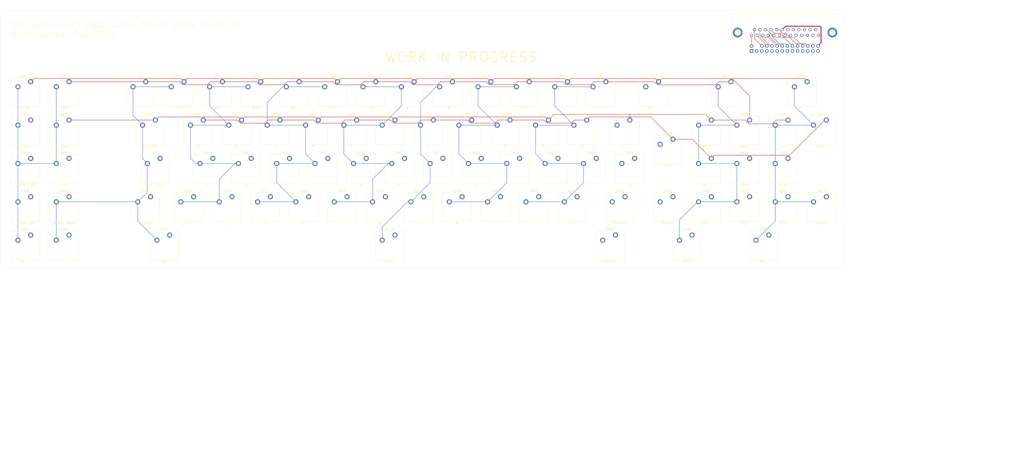
<source format=kicad_pcb>
(kicad_pcb (version 20241229) (generator "pcbnew") (generator_version "9.0")
  (title_block (title "IBM 5324 Datamaster Keyboard Replacement") (date "27/NOV/2025") (rev "WIP") (company "Brett Hallen") (comment 1 "www.youtube.com/@Brfff"))
  (layers (0 "F.Cu" signal) (2 "B.Cu" signal) (13 "F.Paste" user) (15 "B.Paste" user) (5 "F.SilkS" user "F.Silkscreen") (7 "B.SilkS" user "B.Silkscreen") (1 "F.Mask" user) (3 "B.Mask" user) (25 "Edge.Cuts" user))
  (net 0 "")
  (net 1 "Col_A")
  (net 2 "Row_1")
  (net 3 "Col_B")
  (net 4 "Col_C")
  (net 5 "Col_D")
  (net 6 "Col_E")
  (net 7 "Col_F")
  (net 8 "Col_G")
  (net 9 "Col_H")
  (net 10 "Row_2")
  (net 11 "Col_J")
  (net 12 "Col_I")
  (net 13 "Col_K")
  (net 14 "Row_3")
  (net 15 "Row_4")
  (net 16 "Row_5")
  (net 17 "Row_6")
  (net 18 "Row_7")
  (net 19 "Row_8")
  (net 20 "GND")
  (net 21 "PROGRAM RESET")
  (net 22 "SCAN CODE BIT 2")
  (net 23 "+12V")
  (net 26 "SCAN CODE BIT 5")
  (net 27 "SCAN CODE BIT 4")
  (net 28 "SCAN CODE BIT 3")
  (net 29 "SCAN CODE BIT 0")
  (net 30 "DATA STROBE")
  (net 31 "DELAY STROBE")
  (net 32 "SCAN CODE BIT 1")
  (net 33 "SCAN CODE BIT 6")
  (footprint "PCM_Switch_Keyboard_Cherry_MX:SW_Cherry_MX_PCB" (layer "F.Cu") (at 358.47265 214.6302)
    (property "Reference" "SW37")
    (property "Value" "! ¢")
  )
  (footprint "PCM_Switch_Keyboard_Cherry_MX:SW_Cherry_MX_PCB" (layer "F.Cu") (at 82.24765 252.7302)
    (property "Reference" "SW58")
    (property "Value" "SCROLL UP")
  )
  (footprint "PCM_Switch_Keyboard_Cherry_MX:SW_Cherry_MX_PCB" (layer "F.Cu") (at 253.69765 195.5802)
    (property "Reference" "SW5")
    (property "Value" "^ 6")
  )
  (footprint "PCM_Switch_Keyboard_Cherry_MX:SW_Cherry_MX_PCB_2.00u_90deg" (layer "F.Cu") (at 401.34185 224.1558)
    (property "Reference" "SW38")
    (property "Value" "ENTER")
  )
  (footprint "PCM_Switch_Keyboard_Cherry_MX:SW_Cherry_MX_PCB" (layer "F.Cu") (at 172.73515 233.6802)
    (property "Reference" "SW44")
    (property "Value" "A")
  )
  (footprint "PCM_Switch_Keyboard_Cherry_MX:SW_Cherry_MX_PCB_1.75u" (layer "F.Cu") (at 430.16765 195.5802)
    (property "Reference" "SW15")
    (property "Value" "* +")
  )
  (footprint "PCM_Switch_Keyboard_Cherry_MX:SW_Cherry_MX_PCB" (layer "F.Cu") (at 196.54765 195.5802)
    (property "Reference" "SW12")
    (property "Value" "# 3")
  )
  (footprint "PCM_Switch_Keyboard_Cherry_MX:SW_Cherry_MX_PCB_1.75u" (layer "F.Cu") (at 146.54275 233.681)
    (property "Reference" "SW32")
    (property "Value" "SHIFT LOCK")
  )
  (footprint "PCM_Switch_Keyboard_Cherry_MX:SW_Cherry_MX_PCB" (layer "F.Cu") (at 310.84765 195.5802)
    (property "Reference" "SW16")
    (property "Value" "( 9")
  )
  (footprint "PCM_Switch_Keyboard_Cherry_MX:SW_Cherry_MX_PCB" (layer "F.Cu") (at 101.29765 233.6802)
    (property "Reference" "SW53")
    (property "Value" "TEST")
  )
  (footprint "PCM_Switch_Keyboard_Cherry_MX:SW_Cherry_MX_PCB" (layer "F.Cu") (at 377.52265 252.7302)
    (property "Reference" "SW70")
    (property "Value" "RH SHIFT")
  )
  (footprint "PCM_Switch_Keyboard_Cherry_MX:SW_Cherry_MX_PCB" (layer "F.Cu") (at 401.33515 252.7302)
    (property "Reference" "SW61")
    (property "Value" "NEWLINE")
  )
  (footprint "PCM_Switch_Keyboard_Cherry_MX:SW_Cherry_MX_PCB" (layer "F.Cu") (at 477.53515 214.6302)
    (property "Reference" "SW40")
    (property "Value" "FIELD-")
  )
  (footprint "PCM_Switch_Keyboard_Cherry_MX:SW_Cherry_MX_PCB" (layer "F.Cu") (at 339.42265 214.6302)
    (property "Reference" "SW27")
    (property "Value" "P")
  )
  (footprint "PCM_Switch_Keyboard_Cherry_MX:SW_Cherry_MX_PCB" (layer "F.Cu") (at 348.94765 195.5802)
    (property "Reference" "SW17")
    (property "Value" "_ -")
  )
  (footprint "PCM_Switch_Keyboard_Cherry_MX:SW_Cherry_MX_PCB_2.00u" (layer "F.Cu") (at 372.76625 271.7818)
    (property "Reference" "SW82")
    (property "Value" "FIELD EXIT")
  )
  (footprint "PCM_Switch_Keyboard_Cherry_MX:SW_Cherry_MX_PCB" (layer "F.Cu") (at 244.17265 214.6302)
    (property "Reference" "SW35")
    (property "Value" "T")
  )
  (footprint "PCM_Switch_Keyboard_Cherry_MX:SW_Cherry_MX_PCB" (layer "F.Cu") (at 287.03515 233.6802)
    (property "Reference" "SW47")
    (property "Value" "J")
  )
  (footprint "PCM_Switch_Keyboard_Cherry_MX:SW_Cherry_MX_PCB" (layer "F.Cu") (at 420.38515 233.6802)
    (property "Reference" "SW39")
    (property "Value" "NP 4")
  )
  (footprint "PCM_Switch_Keyboard_Cherry_MX:SW_Cherry_MX_PCB" (layer "F.Cu") (at 267.98515 233.6802)
    (property "Reference" "SW57")
    (property "Value" "H")
  )
  (footprint "PCM_Switch_Keyboard_Cherry_MX:SW_Cherry_MX_PCB" (layer "F.Cu") (at 182.26015 252.7302)
    (property "Reference" "SW76")
    (property "Value" "Z")
  )
  (footprint "PCM_Switch_Keyboard_Cherry_MX:SW_Cherry_MX_PCB" (layer "F.Cu") (at 420.38515 252.7302)
    (property "Reference" "SW62")
    (property "Value" "NP 1")
  )
  (footprint "PCM_Switch_Keyboard_Cherry_MX:SW_Cherry_MX_PCB" (layer "F.Cu") (at 215.59765 195.5802)
    (property "Reference" "SW4")
    (property "Value" "$ 4")
  )
  (footprint "PCM_Switch_Keyboard_Cherry_MX:SW_Cherry_MX_PCB" (layer "F.Cu") (at 177.49765 195.5802)
    (property "Reference" "SW3")
    (property "Value" "@ 2")
  )
  (footprint "PCM_Switch_Keyboard_Cherry_MX:SW_Cherry_MX_PCB_1.00u" (layer "F.Cu") (at 163.21185 252.7314)
    (property "Reference" "SW65")
    (property "Value" "> <")
  )
  (footprint "PCM_Switch_Keyboard_Cherry_MX:SW_Cherry_MX_PCB" (layer "F.Cu") (at 439.43515 214.6302)
    (property "Reference" "SW20")
    (property "Value" "NP 8")
  )
  (footprint "PCM_Switch_Keyboard_Cherry_MX:SW_Cherry_MX_PCB_2.25u" (layer "F.Cu") (at 151.30535 271.7818)
    (property "Reference" "SW75")
    (property "Value" "ALT")
  )
  (footprint "PCM_Switch_Keyboard_Cherry_MX:SW_Cherry_MX_PCB" (layer "F.Cu") (at 225.12265 214.6302)
    (property "Reference" "SW24")
    (property "Value" "R")
  )
  (footprint "PCM_Switch_Keyboard_Cherry_MX:SW_Cherry_MX_PCB" (layer "F.Cu") (at 248.93515 233.6802)
    (property "Reference" "SW46")
    (property "Value" "G")
  )
  (footprint "PCM_Switch_Keyboard_Cherry_MX:SW_Cherry_MX_PCB" (layer "F.Cu") (at 263.22265 214.6302)
    (property "Reference" "SW25")
    (property "Value" "Y")
  )
  (footprint "PCM_Switch_Keyboard_Cherry_MX:SW_Cherry_MX_PCB_1.50u" (layer "F.Cu") (at 144.16145 214.6306)
    (property "Reference" "SW22")
    (property "Value" "FIELD ADV")
  )
  (footprint "PCM_Switch_Keyboard_Cherry_MX:SW_Cherry_MX_PCB" (layer "F.Cu") (at 101.29765 252.7302)
    (property "Reference" "SW54")
    (property "Value" "SCROLL DOWN")
  )
  (footprint "PCM_Switch_Keyboard_Cherry_MX:SW_Cherry_MX_PCB" (layer "F.Cu") (at 458.48515 252.7302)
    (property "Reference" "SW63")
    (property "Value" "NP 3")
  )
  (footprint "PCM_Switch_Keyboard_Cherry_MX:SW_Cherry_MX_PCB" (layer "F.Cu") (at 82.24765 271.7802)
    (property "Reference" "SW74")
    (property "Value" "LH <-")
  )
  (footprint "PCM_Switch_Keyboard_Cherry_MX:SW_Cherry_MX_PCB" (layer "F.Cu") (at 82.24765 233.6802)
    (property "Reference" "SW42")
    (property "Value" "ERROR RESET")
  )
  (footprint "PCM_Switch_Keyboard_Cherry_MX:SW_Cherry_MX_PCB" (layer "F.Cu") (at 363.23515 233.6802)
    (property "Reference" "SW49")
    (property "Value" "\" '")
  )
  (footprint "PCM_Switch_Keyboard_Cherry_MX:SW_Cherry_MX_PCB" (layer "F.Cu") (at 353.71015 252.7302)
    (property "Reference" "SW81")
    (property "Value" "? /")
  )
  (footprint "PCM_Switch_Keyboard_Cherry_MX:SW_Cherry_MX_PCB" (layer "F.Cu") (at 82.24765 195.5802)
    (property "Reference" "SW10")
    (property "Value" "ERASE")
  )
  (footprint "PCM_Switch_Keyboard_Cherry_MX:SW_Cherry_MX_PCB" (layer "F.Cu") (at 458.48515 214.6302)
    (property "Reference" "SW30")
    (property "Value" "NP 9")
  )
  (footprint "PCM_Switch_Keyboard_Cherry_MX:SW_Cherry_MX_PCB" (layer "F.Cu") (at 101.29765 271.7802)
    (property "Reference" "SW64")
    (property "Value" "->")
  )
  (footprint "PCM_Switch_Keyboard_Cherry_MX:SW_Cherry_MX_PCB" (layer "F.Cu") (at 334.66015 252.7302)
    (property "Reference" "SW69")
    (property "Value" ". .")
  )
  (footprint "PCM_Switch_Keyboard_Cherry_MX:SW_Cherry_MX_PCB" (layer "F.Cu") (at 367.99765 195.5802)
    (property "Reference" "SW8")
    (property "Value" "+ =")
  )
  (footprint "PCM_Switch_Keyboard_Cherry_MX:SW_Cherry_MX_PCB" (layer "F.Cu") (at 306.08515 233.6802)
    (property "Reference" "SW59")
    (property "Value" "K")
  )
  (footprint "PCM_Switch_Keyboard_Cherry_MX:SW_Cherry_MX_PCB" (layer "F.Cu") (at 315.61015 252.7302)
    (property "Reference" "SW80")
    (property "Value" ", ,")
  )
  (footprint "PCM_Switch_Keyboard_Cherry_MX:SW_Cherry_MX_PCB_3.00u_90deg" (layer "F.Cu") (at 477.54345 252.7314)
    (property "Reference" "SW72")
    (property "Value" "FIELD+")
  )
  (footprint "PCM_Switch_Keyboard_Cherry_MX:SW_Cherry_MX_PCB" (layer "F.Cu") (at 239.41015 252.7302)
    (property "Reference" "SW78")
    (property "Value" "V")
  )
  (footprint "PCM_Switch_Keyboard_Cherry_MX:SW_Cherry_MX_PCB" (layer "F.Cu") (at 296.56015 252.7302)
    (property "Reference" "SW68")
    (property "Value" "M")
  )
  (footprint "PCM_Switch_Keyboard_Cherry_MX:SW_Cherry_MX_PCB" (layer "F.Cu") (at 379.91015 214.6306)
    (property "Reference" "SW28")
    (property "Value" "| \\")
  )
  (footprint "PCM_Switch_Keyboard_Cherry_MX:SW_Cherry_MX_PCB" (layer "F.Cu") (at 439.43515 252.7302)
    (property "Reference" "SW71")
    (property "Value" "NP 2")
  )
  (footprint "PCM_Switch_Keyboard_Cherry_MX:SW_Cherry_MX_PCB_2.00u" (layer "F.Cu") (at 410.86705 271.7818)
    (property "Reference" "SW83")
    (property "Value" "NP 0")
  )
  (footprint "PCM_Switch_Keyboard_Cherry_MX:SW_Cherry_MX_PCB" (layer "F.Cu") (at 82.24765 214.6302)
    (property "Reference" "SW31")
    (property "Value" "INQ")
  )
  (footprint "PCM_Switch_Keyboard_Cherry_MX:SW_Cherry_MX_PCB" (layer "F.Cu") (at 277.51015 252.7302)
    (property "Reference" "SW73")
    (property "Value" "N")
  )
  (footprint "PCM_Switch_Keyboard_Cherry_MX:SW_Cherry_MX_PCB" (layer "F.Cu") (at 206.07265 214.6302)
    (property "Reference" "SW34")
    (property "Value" "E")
  )
  (footprint "PCM_Switch_Keyboard_Cherry_MX:SW_Cherry_MX_PCB" (layer "F.Cu") (at 263.22645 271.7818)
    (property "Reference" "SW79")
    (property "Value" "SPACE")
  )
  (footprint "PCM_Switch_Keyboard_Cherry_MX:SW_Cherry_MX_PCB" (layer "F.Cu") (at 301.32265 214.6302)
    (property "Reference" "SW26")
    (property "Value" "I")
  )
  (footprint "PCM_Switch_Keyboard_Cherry_MX:SW_Cherry_MX_PCB" (layer "F.Cu") (at 344.18515 233.6802)
    (property "Reference" "SW60")
    (property "Value" ": ;")
  )
  (footprint "PCM_Switch_Keyboard_Cherry_MX:SW_Cherry_MX_PCB" (layer "F.Cu") (at 187.02265 214.6302)
    (property "Reference" "SW23")
    (property "Value" "W")
  )
  (footprint "PCM_Switch_Keyboard_Cherry_MX:SW_Cherry_MX_PCB" (layer "F.Cu") (at 139.39765 195.5802)
    (property "Reference" "SW2")
    (property "Value" "~ `")
  )
  (footprint "PCM_Switch_Keyboard_Cherry_MX:SW_Cherry_MX_PCB" (layer "F.Cu") (at 258.46015 252.7302)
    (property "Reference" "SW67")
    (property "Value" "B")
  )
  (footprint "PCM_Switch_Keyboard_Cherry_MX:SW_Cherry_MX_PCB" (layer "F.Cu") (at 158.44765 195.5802)
    (property "Reference" "SW11")
    (property "Value" "| 1")
  )
  (footprint "PCM_Switch_Keyboard_Cherry_MX:SW_Cherry_MX_PCB" (layer "F.Cu") (at 420.38515 214.6302)
    (property "Reference" "SW29")
    (property "Value" "NP 7")
  )
  (footprint "PCM_Switch_Keyboard_Cherry_MX:SW_Cherry_MX_PCB_2.00u" (layer "F.Cu") (at 448.96785 271.7818)
    (property "Reference" "SW84")
    (property "Value" "NP .")
  )
  (footprint "Clueless_Engineer:L77SDB25SA4CH4F" (layer "F.Cu") (at 442.92765 167.4802 180)
    (property "Reference" "J1" (hide yes))
    (property "Value" "To 5324" (hide yes))
  )
  (footprint "Connector_PinHeader_2.54mm:PinHeader_2x14_P2.54mm_Vertical" (layer "F.Cu") (at 442.92765 175.2602 90)
    (property "Reference" "J2" (hide yes))
    (property "Value" "Conn_02x14_Row_Letter_First" (hide yes))
  )
  (footprint "PCM_Mounting_Keyboard_Stabilizer:Stabilizer_Cherry_MX_8.00u" (layer "F.Cu") (at 263.22645 271.7818)
    (property "Reference" "KB1" (hide yes))
    (property "Value" "SPACE" (hide yes))
  )
  (footprint "PCM_Switch_Keyboard_Cherry_MX:SW_Cherry_MX_PCB" (layer "F.Cu") (at 325.13515 233.6802)
    (property "Reference" "SW48")
    (property "Value" "L")
  )
  (footprint "PCM_Switch_Keyboard_Cherry_MX:SW_Cherry_MX_PCB" (layer "F.Cu") (at 101.29765 214.6302)
    (property "Reference" "SW21")
    (property "Value" "HOLD")
  )
  (footprint "PCM_Switch_Keyboard_Cherry_MX:SW_Cherry_MX_PCB" (layer "F.Cu") (at 201.31015 252.7302)
    (property "Reference" "SW77")
    (property "Value" "X")
  )
  (footprint "PCM_Switch_Keyboard_Cherry_MX:SW_Cherry_MX_PCB" (layer "F.Cu") (at 382.28515 233.6802)
    (property "Reference" "SW50")
    (property "Value" "} {")
  )
  (footprint "PCM_Switch_Keyboard_Cherry_MX:SW_Cherry_MX_PCB" (layer "F.Cu") (at 210.83515 233.6802)
    (property "Reference" "SW45")
    (property "Value" "D")
  )
  (footprint "PCM_Switch_Keyboard_Cherry_MX:SW_Cherry_MX_PCB" (layer "F.Cu") (at 167.97265 214.6302)
    (property "Reference" "SW33")
    (property "Value" "Q")
  )
  (footprint "PCM_Switch_Keyboard_Cherry_MX:SW_Cherry_MX_PCB" (layer "F.Cu") (at 394.19795 195.5802)
    (property "Reference" "SW18")
    (property "Value" "RH <-")
  )
  (footprint "PCM_Mounting_Keyboard_Stabilizer:Stabilizer_Cherry_MX_3.00u" (layer "F.Cu") (at 477.54345 252.7314 90)
    (property "Reference" "KB2" (hide yes))
    (property "Value" "FIELD+" (hide yes))
  )
  (footprint "PCM_Switch_Keyboard_Cherry_MX:SW_Cherry_MX_PCB" (layer "F.Cu") (at 234.64765 195.5802)
    (property "Reference" "SW13")
    (property "Value" "% 5")
  )
  (footprint "PCM_Switch_Keyboard_Cherry_MX:SW_Cherry_MX_PCB" (layer "F.Cu") (at 458.48515 233.6802)
    (property "Reference" "SW52")
    (property "Value" "NP 6")
  )
  (footprint "PCM_Switch_Keyboard_Cherry_MX:SW_Cherry_MX_PCB" (layer "F.Cu") (at 272.74765 195.5802)
    (property "Reference" "SW14")
    (property "Value" "& 7")
  )
  (footprint "PCM_Switch_Keyboard_Cherry_MX:SW_Cherry_MX_PCB" (layer "F.Cu") (at 320.37265 214.6302)
    (property "Reference" "SW36")
    (property "Value" "O")
  )
  (footprint "PCM_Switch_Keyboard_Cherry_MX:SW_Cherry_MX_PCB_1.75u" (layer "F.Cu") (at 468.01825 195.5802)
    (property "Reference" "SW19")
    (property "Value" "/ -")
  )
  (footprint "PCM_Switch_Keyboard_Cherry_MX:SW_Cherry_MX_PCB_1.25u" (layer "F.Cu") (at 141.78015 252.7314)
    (property "Reference" "SW43")
    (property "Value" "LH SHIFT")
  )
  (footprint "PCM_Switch_Keyboard_Cherry_MX:SW_Cherry_MX_PCB" (layer "F.Cu") (at 329.89765 195.5802)
    (property "Reference" "SW7")
    (property "Value" ") 0")
  )
  (footprint "PCM_Switch_Keyboard_Cherry_MX:SW_Cherry_MX_PCB" (layer "F.Cu") (at 439.43515 233.6802)
    (property "Reference" "SW51")
    (property "Value" "NP 5")
  )
  (footprint "PCM_Switch_Keyboard_Cherry_MX:SW_Cherry_MX_PCB" (layer "F.Cu") (at 282.27265 214.6302)
    (property "Reference" "SW41")
    (property "Value" "U")
  )
  (footprint "PCM_Switch_Keyboard_Cherry_MX:SW_Cherry_MX_PCB" (layer "F.Cu") (at 229.88515 233.6802)
    (property "Reference" "SW56")
    (property "Value" "F")
  )
  (footprint "PCM_Switch_Keyboard_Cherry_MX:SW_Cherry_MX_PCB" (layer "F.Cu") (at 191.78515 233.6802)
    (property "Reference" "SW55")
    (property "Value" "S")
  )
  (footprint "PCM_Switch_Keyboard_Cherry_MX:SW_Cherry_MX_PCB" (layer "F.Cu") (at 291.79765 195.5802)
    (property "Reference" "SW6")
    (property "Value" "* 8")
  )
  (footprint "PCM_Switch_Keyboard_Cherry_MX:SW_Cherry_MX_PCB" (layer "F.Cu") (at 220.36015 252.7302)
    (property "Reference" "SW66")
    (property "Value" "C")
  )
  (footprint "PCM_Switch_Keyboard_Cherry_MX:SW_Cherry_MX_PCB" (layer "F.Cu") (at 101.29765 195.5802)
    (property "Reference" "SW1")
    (property "Value" "CMD")
  )
  (gr_arc (start 488.64765 281.2102) (mid 488.061864 282.624414) (end 486.64765 283.2102) (stroke (width 0.05)) (layer "Edge.Cuts"))
  (gr_arc (start 71.54765 283.2102) (mid 70.133436 282.624414) (end 69.54765 281.2102) (stroke (width 0.05)) (layer "Edge.Cuts"))
  (gr_line (start 486.64765 283.2102) (end 71.54765 283.2102) (stroke (width 0.05)) (layer "Edge.Cuts"))
  (gr_arc (start 69.54765 156.9402) (mid 70.133439 155.526004) (end 71.54765 154.9402) (stroke (width 0.05)) (layer "Edge.Cuts"))
  (gr_arc (start 486.64765 154.9402) (mid 488.061864 155.525986) (end 488.64765 156.9402) (stroke (width 0.05)) (layer "Edge.Cuts"))
  (gr_line (start 69.54765 281.2102) (end 69.54765 156.9402) (stroke (width 0.05)) (layer "Edge.Cuts"))
  (gr_line (start 488.64765 156.9402) (end 488.64765 281.2102) (stroke (width 0.05)) (layer "Edge.Cuts"))
  (gr_line (start 71.54765 154.9402) (end 486.64765 154.9402) (stroke (width 0.05)) (layer "Edge.Cuts"))
  (gr_text "WORK IN PROGRESS" (at 260.84515 181.2924 0) (layer "F.SilkS") (effects (font (size 5 5) (thickness 0.3) (bold yes)) (justify left bottom)))
  (gr_text "IBM System/23 Datamaster Model 5324 Keyboard\nBrett Hallen, Nov 2025" (at 74.62765 168.9102 0) (layer "F.SilkS") (effects (font (size 3 3) (thickness 0.1)) (justify left bottom)))
  (segment (start 97.48765 193.0402) (end 97.48765 212.0902) (width 0.2) (layer "B.Cu") (net 1))
  (segment (start 78.43765 193.0402) (end 78.43765 212.0902) (width 0.2) (layer "B.Cu") (net 1))
  (segment (start 78.43765 231.1402) (end 97.48765 231.1402) (width 0.2) (layer "B.Cu") (net 1))
  (segment (start 97.48765 212.0902) (end 97.48765 231.1402) (width 0.2) (layer "B.Cu") (net 1))
  (segment (start 78.43765 212.0902) (end 78.43765 269.2402) (width 0.2) (layer "B.Cu") (net 1))
  (segment (start 250.234204 190.5002) (end 256.23765 190.5002) (width 0.2) (layer "F.Cu") (net 2))
  (segment (start 349.294204 190.5002) (end 350.845204 192.0512) (width 0.2) (layer "F.Cu") (net 2))
  (segment (start 286.783204 192.0512) (end 288.334204 190.5002) (width 0.2) (layer "F.Cu") (net 2))
  (segment (start 256.23765 190.5002) (end 273.094204 190.5002) (width 0.2) (layer "F.Cu") (net 2))
  (segment (start 274.645204 192.0512) (end 286.783204 192.0512) (width 0.2) (layer "F.Cu") (net 2))
  (segment (start 172.483204 192.0512) (end 174.034204 190.5002) (width 0.2) (layer "F.Cu") (net 2))
  (segment (start 332.43765 190.5002) (end 349.294204 190.5002) (width 0.2) (layer "F.Cu") (net 2))
  (segment (start 288.334204 190.5002) (end 294.33765 190.5002) (width 0.2) (layer "F.Cu") (net 2))
  (segment (start 218.13765 190.5002) (end 234.994204 190.5002) (width 0.2) (layer "F.Cu") (net 2))
  (segment (start 364.534204 190.5002) (end 370.53765 190.5002) (width 0.2) (layer "F.Cu") (net 2))
  (segment (start 350.845204 192.0512) (end 362.983204 192.0512) (width 0.2) (layer "F.Cu") (net 2))
  (segment (start 248.683204 192.0512) (end 250.234204 190.5002) (width 0.2) (layer "F.Cu") (net 2))
  (segment (start 180.03765 190.5002) (end 196.894204 190.5002) (width 0.2) (layer "F.Cu") (net 2))
  (segment (start 174.034204 190.5002) (end 180.03765 190.5002) (width 0.2) (layer "F.Cu") (net 2))
  (segment (start 158.794204 190.5002) (end 160.345204 192.0512) (width 0.2) (layer "F.Cu") (net 2))
  (segment (start 396.095504 192.0512) (end 425.153204 192.0512) (width 0.2) (layer "F.Cu") (net 2))
  (segment (start 324.883204 192.0512) (end 326.434204 190.5002) (width 0.2) (layer "F.Cu") (net 2))
  (segment (start 210.583204 192.0512) (end 212.134204 190.5002) (width 0.2) (layer "F.Cu") (net 2))
  (segment (start 273.094204 190.5002) (end 274.645204 192.0512) (width 0.2) (layer "F.Cu") (net 2))
  (segment (start 426.704204 190.5002) (end 432.70765 190.5002) (width 0.2) (layer "F.Cu") (net 2))
  (segment (start 311.194204 190.5002) (end 312.745204 192.0512) (width 0.2) (layer "F.Cu") (net 2))
  (segment (start 212.134204 190.5002) (end 218.13765 190.5002) (width 0.2) (layer "F.Cu") (net 2))
  (segment (start 370.53765 190.5002) (end 394.544504 190.5002) (width 0.2) (layer "F.Cu") (net 2))
  (segment (start 196.894204 190.5002) (end 198.445204 192.0512) (width 0.2) (layer "F.Cu") (net 2))
  (segment (start 362.983204 192.0512) (end 364.534204 190.5002) (width 0.2) (layer "F.Cu") (net 2))
  (segment (start 160.345204 192.0512) (end 172.483204 192.0512) (width 0.2) (layer "F.Cu") (net 2))
  (segment (start 234.994204 190.5002) (end 236.545204 192.0512) (width 0.2) (layer "F.Cu") (net 2))
  (segment (start 425.153204 192.0512) (end 426.704204 190.5002) (width 0.2) (layer "F.Cu") (net 2))
  (segment (start 326.434204 190.5002) (end 332.43765 190.5002) (width 0.2) (layer "F.Cu") (net 2))
  (segment (start 394.544504 190.5002) (end 396.095504 192.0512) (width 0.2) (layer "F.Cu") (net 2))
  (segment (start 312.745204 192.0512) (end 324.883204 192.0512) (width 0.2) (layer "F.Cu") (net 2))
  (segment (start 294.33765 190.5002) (end 311.194204 190.5002) (width 0.2) (layer "F.Cu") (net 2))
  (segment (start 103.83765 190.5002) (end 141.93765 190.5002) (width 0.2) (layer "F.Cu") (net 2))
  (segment (start 198.445204 192.0512) (end 210.583204 192.0512) (width 0.2) (layer "F.Cu") (net 2))
  (segment (start 236.545204 192.0512) (end 248.683204 192.0512) (width 0.2) (layer "F.Cu") (net 2))
  (segment (start 141.93765 190.5002) (end 158.794204 190.5002) (width 0.2) (layer "F.Cu") (net 2))
  (segment (start 140.35145 212.0906) (end 140.35145 228.7597) (width 0.2) (layer "B.Cu") (net 3))
  (segment (start 97.48885 250.1914) (end 97.48765 250.1902) (width 0.2) (layer "B.Cu") (net 3))
  (segment (start 97.48765 250.1902) (end 97.48765 269.2402) (width 0.2) (layer "B.Cu") (net 3))
  (segment (start 142.73275 231.141) (end 142.73275 245.4288) (width 0.2) (layer "B.Cu") (net 3))
  (segment (start 154.63765 193.0402) (end 135.58765 193.0402) (width 0.2) (layer "B.Cu") (net 3))
  (segment (start 135.58765 207.3268) (end 140.35145 212.0906) (width 0.2) (layer "B.Cu") (net 3))
  (segment (start 137.97015 259.7166) (end 137.97015 250.1914) (width 0.2) (layer "B.Cu") (net 3))
  (segment (start 147.49535 269.2418) (end 137.97015 259.7166) (width 0.2) (layer "B.Cu") (net 3))
  (segment (start 142.73275 245.4288) (end 137.97015 250.1914) (width 0.2) (layer "B.Cu") (net 3))
  (segment (start 140.35145 228.7597) (end 142.73275 231.141) (width 0.2) (layer "B.Cu") (net 3))
  (segment (start 135.58765 193.0402) (end 135.58765 207.3268) (width 0.2) (layer "B.Cu") (net 3))
  (segment (start 137.97015 250.1914) (end 97.48885 250.1914) (width 0.2) (layer "B.Cu") (net 3))
  (segment (start 166.80765 231.1402) (end 168.92515 231.1402) (width 0.2) (layer "B.Cu") (net 4))
  (segment (start 164.16265 212.0902) (end 164.16265 228.4952) (width 0.2) (layer "B.Cu") (net 4))
  (segment (start 183.21265 212.0902) (end 164.16265 212.0902) (width 0.2) (layer "B.Cu") (net 4))
  (segment (start 178.44895 250.1914) (end 178.45015 250.1902) (width 0.2) (layer "B.Cu") (net 4))
  (segment (start 178.45015 238.897434) (end 178.45015 250.1902) (width 0.2) (layer "B.Cu") (net 4))
  (segment (start 164.16265 228.4952) (end 166.80765 231.1402) (width 0.2) (layer "B.Cu") (net 4))
  (segment (start 192.73765 193.0402) (end 173.68765 193.0402) (width 0.2) (layer "B.Cu") (net 4))
  (segment (start 173.68765 193.0402) (end 173.68765 202.5652) (width 0.2) (layer "B.Cu") (net 4))
  (segment (start 168.92515 231.1402) (end 187.97515 231.1402) (width 0.2) (layer "B.Cu") (net 4))
  (segment (start 159.40185 250.1914) (end 178.44895 250.1914) (width 0.2) (layer "B.Cu") (net 4))
  (segment (start 173.68765 202.5652) (end 183.21265 212.0902) (width 0.2) (layer "B.Cu") (net 4))
  (segment (start 186.207384 231.1402) (end 178.45015 238.897434) (width 0.2) (layer "B.Cu") (net 4))
  (segment (start 187.97515 231.1402) (end 186.207384 231.1402) (width 0.2) (layer "B.Cu") (net 4))
  (segment (start 210.019884 193.0402) (end 202.26265 200.797434) (width 0.2) (layer "B.Cu") (net 5))
  (segment (start 207.02515 231.1402) (end 207.02515 240.6652) (width 0.2) (layer "B.Cu") (net 5))
  (segment (start 211.78765 193.0402) (end 210.019884 193.0402) (width 0.2) (layer "B.Cu") (net 5))
  (segment (start 202.26265 212.0902) (end 221.31265 212.0902) (width 0.2) (layer "B.Cu") (net 5))
  (segment (start 207.02515 231.1402) (end 226.07515 231.1402) (width 0.2) (layer "B.Cu") (net 5))
  (segment (start 221.31265 226.3777) (end 226.07515 231.1402) (width 0.2) (layer "B.Cu") (net 5))
  (segment (start 207.02515 240.6652) (end 216.55015 250.1902) (width 0.2) (layer "B.Cu") (net 5))
  (segment (start 202.26265 200.797434) (end 202.26265 212.0902) (width 0.2) (layer "B.Cu") (net 5))
  (segment (start 211.78765 193.0402) (end 230.83765 193.0402) (width 0.2) (layer "B.Cu") (net 5))
  (segment (start 216.55015 250.1902) (end 197.50015 250.1902) (width 0.2) (layer "B.Cu") (net 5))
  (segment (start 221.31265 212.0902) (end 221.31265 226.3777) (width 0.2) (layer "B.Cu") (net 5))
  (segment (start 259.41265 212.0902) (end 240.36265 212.0902) (width 0.2) (layer "B.Cu") (net 6))
  (segment (start 245.12515 231.1402) (end 264.17515 231.1402) (width 0.2) (layer "B.Cu") (net 6))
  (segment (start 264.17515 231.1402) (end 262.407384 231.1402) (width 0.2) (layer "B.Cu") (net 6))
  (segment (start 240.36265 212.0902) (end 240.36265 226.3777) (width 0.2) (layer "B.Cu") (net 6))
  (segment (start 262.407384 231.1402) (end 254.65015 238.897434) (width 0.2) (layer "B.Cu") (net 6))
  (segment (start 249.88765 193.0402) (end 268.93765 193.0402) (width 0.2) (layer "B.Cu") (net 6))
  (segment (start 268.93765 202.5652) (end 259.41265 212.0902) (width 0.2) (layer "B.Cu") (net 6))
  (segment (start 268.93765 193.0402) (end 268.93765 202.5652) (width 0.2) (layer "B.Cu") (net 6))
  (segment (start 254.65015 250.1902) (end 235.60015 250.1902) (width 0.2) (layer "B.Cu") (net 6))
  (segment (start 240.36265 226.3777) (end 245.12515 231.1402) (width 0.2) (layer "B.Cu") (net 6))
  (segment (start 254.65015 238.897434) (end 254.65015 250.1902) (width 0.2) (layer "B.Cu") (net 6))
  (segment (start 287.98765 193.0402) (end 286.219884 193.0402) (width 0.2) (layer "B.Cu") (net 7))
  (segment (start 278.46265 212.0902) (end 278.46265 226.3777) (width 0.2) (layer "B.Cu") (net 7))
  (segment (start 278.46265 226.3777) (end 283.22515 231.1402) (width 0.2) (layer "B.Cu") (net 7))
  (segment (start 283.22515 240.6652) (end 273.70015 250.1902) (width 0.2) (layer "B.Cu") (net 7))
  (segment (start 273.70015 250.1902) (end 271.932384 250.1902) (width 0.2) (layer "B.Cu") (net 7))
  (segment (start 283.22515 231.1402) (end 283.22515 240.6652) (width 0.2) (layer "B.Cu") (net 7))
  (segment (start 271.932384 250.1902) (end 259.41645 262.706134) (width 0.2) (layer "B.Cu") (net 7))
  (segment (start 278.46265 200.797434) (end 278.46265 212.0902) (width 0.2) (layer "B.Cu") (net 7))
  (segment (start 259.41645 262.706134) (end 259.41645 269.2418) (width 0.2) (layer "B.Cu") (net 7))
  (segment (start 286.219884 193.0402) (end 278.46265 200.797434) (width 0.2) (layer "B.Cu") (net 7))
  (segment (start 307.03765 202.5652) (end 316.56265 212.0902) (width 0.2) (layer "B.Cu") (net 8))
  (segment (start 297.51265 226.3777) (end 302.27515 231.1402) (width 0.2) (layer "B.Cu") (net 8))
  (segment (start 321.32515 240.6652) (end 311.80015 250.1902) (width 0.2) (layer "B.Cu") (net 8))
  (segment (start 307.03765 193.0402) (end 307.03765 202.5652) (width 0.2) (layer "B.Cu") (net 8))
  (segment (start 316.56265 212.0902) (end 297.51265 212.0902) (width 0.2) (layer "B.Cu") (net 8))
  (segment (start 311.80015 250.1902) (end 292.75015 250.1902) (width 0.2) (layer "B.Cu") (net 8))
  (segment (start 326.08765 193.0402) (end 307.03765 193.0402) (width 0.2) (layer "B.Cu") (net 8))
  (segment (start 297.51265 212.0902) (end 297.51265 226.3777) (width 0.2) (layer "B.Cu") (net 8))
  (segment (start 321.32515 231.1402) (end 321.32515 240.6652) (width 0.2) (layer "B.Cu") (net 8))
  (segment (start 302.27515 231.1402) (end 321.32515 231.1402) (width 0.2) (layer "B.Cu") (net 8))
  (segment (start 345.13765 193.0402) (end 364.18765 193.0402) (width 0.2) (layer "B.Cu") (net 9))
  (segment (start 354.66265 212.0902) (end 345.13765 202.5652) (width 0.2) (layer "B.Cu") (net 9))
  (segment (start 335.61265 226.3777) (end 335.61265 212.0902) (width 0.2) (layer "B.Cu") (net 9))
  (segment (start 345.13765 202.5652) (end 345.13765 193.0402) (width 0.2) (layer "B.Cu") (net 9))
  (segment (start 349.90015 250.1902) (end 359.42515 240.6652) (width 0.2) (layer "B.Cu") (net 9))
  (segment (start 359.42515 240.6652) (end 359.42515 231.1402) (width 0.2) (layer "B.Cu") (net 9))
  (segment (start 340.37515 231.1402) (end 335.61265 226.3777) (width 0.2) (layer "B.Cu") (net 9))
  (segment (start 330.85015 250.1902) (end 349.90015 250.1902) (width 0.2) (layer "B.Cu") (net 9))
  (segment (start 335.61265 212.0902) (end 354.66265 212.0902) (width 0.2) (layer "B.Cu") (net 9))
  (segment (start 359.42515 231.1402) (end 340.37515 231.1402) (width 0.2) (layer "B.Cu") (net 9))
  (segment (start 349.93665 188.9492) (end 351.48765 190.5002) (width 0.2) (layer "F.Cu") (net 10))
  (segment (start 159.43665 188.9492) (end 160.98765 190.5002) (width 0.2) (layer "F.Cu") (net 10))
  (segment (start 396.73795 190.5002) (end 398.28895 188.9492) (width 0.2) (layer "F.Cu") (net 10))
  (segment (start 441.97515 197.574254) (end 441.97515 209.5502) (width 0.2) (layer "F.Cu") (net 10))
  (segment (start 275.28765 190.5002) (end 276.83865 188.9492) (width 0.2) (layer "F.Cu") (net 10))
  (segment (start 197.53665 188.9492) (end 199.08765 190.5002) (width 0.2) (layer "F.Cu") (net 10))
  (segment (start 351.48765 190.5002) (end 353.03865 188.9492) (width 0.2) (layer "F.Cu") (net 10))
  (segment (start 395.18695 188.9492) (end 396.73795 190.5002) (width 0.2) (layer "F.Cu") (net 10))
  (segment (start 398.28895 188.9492) (end 433.350096 188.9492) (width 0.2) (layer "F.Cu") (net 10))
  (segment (start 353.03865 188.9492) (end 395.18695 188.9492) (width 0.2) (layer "F.Cu") (net 10))
  (segment (start 200.63865 188.9492) (end 235.63665 188.9492) (width 0.2) (layer "F.Cu") (net 10))
  (segment (start 314.93865 188.9492) (end 349.93665 188.9492) (width 0.2) (layer "F.Cu") (net 10))
  (segment (start 273.73665 188.9492) (end 275.28765 190.5002) (width 0.2) (layer "F.Cu") (net 10))
  (segment (start 199.08765 190.5002) (end 200.63865 188.9492) (width 0.2) (layer "F.Cu") (net 10))
  (segment (start 276.83865 188.9492) (end 311.83665 188.9492) (width 0.2) (layer "F.Cu") (net 10))
  (segment (start 469.00725 188.9492) (end 470.55825 190.5002) (width 0.2) (layer "F.Cu") (net 10))
  (segment (start 86.33865 188.9492) (end 159.43665 188.9492) (width 0.2) (layer "F.Cu") (net 10))
  (segment (start 313.38765 190.5002) (end 314.93865 188.9492) (width 0.2) (layer "F.Cu") (net 10))
  (segment (start 160.98765 190.5002) (end 162.53865 188.9492) (width 0.2) (layer "F.Cu") (net 10))
  (segment (start 237.18765 190.5002) (end 238.73865 188.9492) (width 0.2) (layer "F.Cu") (net 10))
  (segment (start 433.350096 188.9492) (end 441.97515 197.574254) (width 0.2) (layer "F.Cu") (net 10))
  (segment (start 84.78765 190.5002) (end 86.33865 188.9492) (width 0.2) (layer "F.Cu") (net 10))
  (segment (start 162.53865 188.9492) (end 197.53665 188.9492) (width 0.2) (layer "F.Cu") (net 10))
  (segment (start 311.83665 188.9492) (end 313.38765 190.5002) (width 0.2) (layer "F.Cu") (net 10))
  (segment (start 238.73865 188.9492) (end 273.73665 188.9492) (width 0.2) (layer "F.Cu") (net 10))
  (segment (start 235.63665 188.9492) (end 237.18765 190.5002) (width 0.2) (layer "F.Cu") (net 10))
  (segment (start 433.350096 188.9492) (end 469.00725 188.9492) (width 0.2) (layer "F.Cu") (net 10))
  (segment (start 426.35765 202.8227) (end 435.62515 212.0902) (width 0.2) (layer "B.Cu") (net 11))
  (segment (start 416.57515 250.1902) (end 435.62515 250.1902) (width 0.2) (layer "B.Cu") (net 11))
  (segment (start 407.05705 269.2418) (end 407.05705 259.244474) (width 0.2) (layer "B.Cu") (net 11))
  (segment (start 407.05705 259.244474) (end 416.111324 250.1902) (width 0.2) (layer "B.Cu") (net 11))
  (segment (start 426.35765 193.0402) (end 426.35765 202.8227) (width 0.2) (layer "B.Cu") (net 11))
  (segment (start 416.111324 250.1902) (end 416.57515 250.1902) (width 0.2) (layer "B.Cu") (net 11))
  (segment (start 416.57515 231.1402) (end 435.62515 231.1402) (width 0.2) (layer "B.Cu") (net 11))
  (segment (start 435.62515 212.0902) (end 416.57515 212.0902) (width 0.2) (layer "B.Cu") (net 11))
  (segment (start 416.57515 212.0902) (end 416.57515 231.1402) (width 0.2) (layer "B.Cu") (net 11))
  (segment (start 435.62515 231.1402) (end 435.62515 250.1902) (width 0.2) (layer "B.Cu") (net 11))
  (segment (start 464.20825 202.5733) (end 473.72515 212.0902) (width 0.2) (layer "B.Cu") (net 13))
  (segment (start 454.67515 212.0902) (end 473.72515 212.0902) (width 0.2) (layer "B.Cu") (net 13))
  (segment (start 454.67635 250.1914) (end 454.67515 250.1902) (width 0.2) (layer "B.Cu") (net 13))
  (segment (start 454.67515 259.7245) (end 454.67515 250.1902) (width 0.2) (layer "B.Cu") (net 13))
  (segment (start 473.73345 250.1914) (end 454.67635 250.1914) (width 0.2) (layer "B.Cu") (net 13))
  (segment (start 464.20825 193.0402) (end 464.20825 202.5733) (width 0.2) (layer "B.Cu") (net 13))
  (segment (start 454.67515 212.0902) (end 454.67515 231.1402) (width 0.2) (layer "B.Cu") (net 13))
  (segment (start 445.15785 269.2418) (end 454.67515 259.7245) (width 0.2) (layer "B.Cu") (net 13))
  (segment (start 454.67515 231.1402) (end 454.67515 250.1902) (width 0.2) (layer "B.Cu") (net 13))
  (segment (start 189.56265 209.5502) (end 191.11365 207.9992) (width 0.2) (layer "F.Cu") (net 14))
  (segment (start 340.41165 207.9992) (end 341.96265 209.5502) (width 0.2) (layer "F.Cu") (net 14))
  (segment (start 441.679258 211.447754) (end 453.12415 211.447754) (width 0.2) (layer "F.Cu") (net 14))
  (segment (start 148.25285 207.9992) (end 188.01165 207.9992) (width 0.2) (layer "F.Cu") (net 14))
  (segment (start 226.11165 207.9992) (end 227.66265 209.5502) (width 0.2) (layer "F.Cu") (net 14))
  (segment (start 453.12415 211.447754) (end 455.021704 209.5502) (width 0.2) (layer "F.Cu") (net 14))
  (segment (start 455.021704 209.5502) (end 461.02515 209.5502) (width 0.2) (layer "F.Cu") (net 14))
  (segment (start 344.73265 206.7802) (end 382.44765 206.7802) (width 0.2) (layer "F.Cu") (net 14))
  (segment (start 265.76265 209.5502) (end 267.31365 207.9992) (width 0.2) (layer "F.Cu") (net 14))
  (segment (start 229.21365 207.9992) (end 264.21165 207.9992) (width 0.2) (layer "F.Cu") (net 14))
  (segment (start 264.21165 207.9992) (end 265.76265 209.5502) (width 0.2) (layer "F.Cu") (net 14))
  (segment (start 341.96265 209.5502) (end 344.73265 206.7802) (width 0.2) (layer "F.Cu") (net 14))
  (segment (start 267.31365 207.9992) (end 340.41165 207.9992) (width 0.2) (layer "F.Cu") (net 14))
  (segment (start 227.66265 209.5502) (end 229.21365 207.9992) (width 0.2) (layer "F.Cu") (net 14))
  (segment (start 103.83765 209.5502) (end 146.70105 209.5502) (width 0.2) (layer "F.Cu") (net 14))
  (segment (start 146.70105 209.5502) (end 146.70145 209.5506) (width 0.2) (layer "F.Cu") (net 14))
  (segment (start 422.92515 209.5502) (end 439.781704 209.5502) (width 0.2) (layer "F.Cu") (net 14))
  (segment (start 439.781704 209.5502) (end 441.679258 211.447754) (width 0.2) (layer "F.Cu") (net 14))
  (segment (start 188.01165 207.9992) (end 189.56265 209.5502) (width 0.2) (layer "F.Cu") (net 14))
  (segment (start 146.70145 209.5506) (end 148.25285 207.9992) (width 0.2) (layer "F.Cu") (net 14))
  (segment (start 382.44765 206.7802) (end 420.15515 206.7802) (width 0.2) (layer "F.Cu") (net 14))
  (segment (start 420.15515 206.7802) (end 422.92515 209.5502) (width 0.2) (layer "F.Cu") (net 14))
  (segment (start 191.11365 207.9992) (end 226.11165 207.9992) (width 0.2) (layer "F.Cu") (net 14))
  (via (at 382.44765 206.7802) (size 0.6) (drill 0.3) (layers "F.Cu" "B.Cu") (net 14))
  (segment (start 382.45015 206.7827) (end 382.45015 209.5506) (width 0.2) (layer "B.Cu") (net 14))
  (segment (start 382.44765 206.7802) (end 382.45015 206.7827) (width 0.2) (layer "B.Cu") (net 14))
  (segment (start 316.909204 209.5502) (end 322.91265 209.5502) (width 0.2) (layer "F.Cu") (net 15))
  (segment (start 424.47615 227.0492) (end 461.791334 227.0492) (width 0.2) (layer "F.Cu") (net 15))
  (segment (start 353.458204 211.1012) (end 355.009204 209.5502) (width 0.2) (layer "F.Cu") (net 15))
  (segment (start 315.358204 211.1012) (end 316.909204 209.5502) (width 0.2) (layer "F.Cu") (net 15))
  (segment (start 263.569204 209.5502) (end 265.120204 211.1012) (width 0.2) (layer "F.Cu") (net 15))
  (segment (start 461.791334 227.0492) (end 479.290334 209.5502) (width 0.2) (layer "F.Cu") (net 15))
  (segment (start 187.369204 209.5502) (end 188.920204 211.1012) (width 0.2) (layer "F.Cu") (net 15))
  (segment (start 322.91265 209.5502) (end 339.769204 209.5502) (width 0.2) (layer "F.Cu") (net 15))
  (segment (start 278.809204 209.5502) (end 284.81265 209.5502) (width 0.2) (layer "F.Cu") (net 15))
  (segment (start 355.009204 209.5502) (end 361.01265 209.5502) (width 0.2) (layer "F.Cu") (net 15))
  (segment (start 202.609204 209.5502) (end 208.61265 209.5502) (width 0.2) (layer "F.Cu") (net 15))
  (segment (start 284.81265 209.5502) (end 301.669204 209.5502) (width 0.2) (layer "F.Cu") (net 15))
  (segment (start 208.61265 209.5502) (end 225.469204 209.5502) (width 0.2) (layer "F.Cu") (net 15))
  (segment (start 277.258204 211.1012) (end 278.809204 209.5502) (width 0.2) (layer "F.Cu") (net 15))
  (segment (start 240.709204 209.5502) (end 246.71265 209.5502) (width 0.2) (layer "F.Cu") (net 15))
  (segment (start 246.71265 209.5502) (end 263.569204 209.5502) (width 0.2) (layer "F.Cu") (net 15))
  (segment (start 392.80565 207.9996) (end 403.88185 219.0758) (width 0.2) (layer "F.Cu") (net 15))
  (segment (start 303.220204 211.1012) (end 315.358204 211.1012) (width 0.2) (layer "F.Cu") (net 15))
  (segment (start 422.92515 228.6002) (end 424.47615 227.0492) (width 0.2) (layer "F.Cu") (net 15))
  (segment (start 201.058204 211.1012) (end 202.609204 209.5502) (width 0.2) (layer "F.Cu") (net 15))
  (segment (start 362.56325 207.9996) (end 392.80565 207.9996) (width 0.2) (layer "F.Cu") (net 15))
  (segment (start 225.469204 209.5502) (end 227.020204 211.1012) (width 0.2) (layer "F.Cu") (net 15))
  (segment (start 301.669204 209.5502) (end 303.220204 211.1012) (width 0.2) (layer "F.Cu") (net 15))
  (segment (start 339.769204 209.5502) (end 341.320204 211.1012) (width 0.2) (layer "F.Cu") (net 15))
  (segment (start 341.320204 211.1012) (end 353.458204 211.1012) (width 0.2) (layer "F.Cu") (net 15))
  (segment (start 188.920204 211.1012) (end 201.058204 211.1012) (width 0.2) (layer "F.Cu") (net 15))
  (segment (start 403.88185 219.0758) (end 413.40075 219.0758) (width 0.2) (layer "F.Cu") (net 15))
  (segment (start 227.020204 211.1012) (end 239.158204 211.1012) (width 0.2) (layer "F.Cu") (net 15))
  (segment (start 170.51265 209.5502) (end 187.369204 209.5502) (width 0.2) (layer "F.Cu") (net 15))
  (segment (start 361.01265 209.5502) (end 362.56325 207.9996) (width 0.2) (layer "F.Cu") (net 15))
  (segment (start 265.120204 211.1012) (end 277.258204 211.1012) (width 0.2) (layer "F.Cu") (net 15))
  (segment (start 413.40075 219.0758) (end 422.92515 228.6002) (width 0.2) (layer "F.Cu") (net 15))
  (segment (start 479.290334 209.5502) (end 480.07515 209.5502) (width 0.2) (layer "F.Cu") (net 15))
  (segment (start 239.158204 211.1012) (end 240.709204 209.5502) (width 0.2) (layer "F.Cu") (net 15))
  (segment (start 464.920311 171.5692) (end 469.71665 171.5692) (width 0.2) (layer "F.Cu") (net 21))
  (segment (start 460.84765 167.293861) (end 460.84765 167.496539) (width 0.2) (layer "F.Cu") (net 21))
  (segment (start 456.45331 164.6402) (end 458.24231 166.4292) (width 0.2) (layer "F.Cu") (net 21))
  (segment (start 469.71665 171.5692) (end 470.86765 172.7202) (width 0.2) (layer "F.Cu") (net 21))
  (segment (start 459.982989 166.4292) (end 460.84765 167.293861) (width 0.2) (layer "F.Cu") (net 21))
  (segment (start 458.24231 166.4292) (end 459.982989 166.4292) (width 0.2) (layer "F.Cu") (net 21))
  (segment (start 460.84765 167.496539) (end 464.920311 171.5692) (width 0.2) (layer "F.Cu") (net 21))
  (segment (start 455.39265 164.6402) (end 456.45331 164.6402) (width 0.2) (layer "F.Cu") (net 21))
  (segment (start 452.95665 167.044861) (end 452.95665 167.915539) (width 0.2) (layer "F.Cu") (net 22))
  (segment (start 457.761311 172.7202) (end 458.16765 172.7202) (width 0.2) (layer "F.Cu") (net 22))
  (segment (start 452.95665 167.915539) (end 457.761311 172.7202) (width 0.2) (layer "F.Cu") (net 22))
  (segment (start 450.551989 164.6402) (end 452.95665 167.044861) (width 0.2) (layer "F.Cu") (net 22))
  (segment (start 449.85265 164.6402) (end 450.551989 164.6402) (width 0.2) (layer "F.Cu") (net 22))
  (segment (start 477.44765 171.2202) (end 477.44765 163.3802) (width 0.5) (layer "F.Cu") (net 23))
  (segment (start 459.82265 162.9802) (end 458.16265 164.6402) (width 0.5) (layer "F.Cu") (net 23))
  (segment (start 475.94765 172.7202) (end 477.44765 171.2202) (width 0.5) (layer "F.Cu") (net 23))
  (segment (start 477.04765 162.9802) (end 459.82265 162.9802) (width 0.5) (layer "F.Cu") (net 23))
  (segment (start 477.44765 163.3802) (end 477.04765 162.9802) (width 0.5) (layer "F.Cu") (net 23))
  (segment (start 445.69765 167.4802) (end 450.54765 172.3302) (width 0.2) (layer "F.Cu") (net 26))
  (segment (start 450.54765 172.3302) (end 450.54765 172.7202) (width 0.2) (layer "F.Cu") (net 26))
  (segment (start 447.08265 167.581539) (end 452.221311 172.7202) (width 0.2) (layer "F.Cu") (net 27))
  (segment (start 447.08265 164.6402) (end 447.08265 167.581539) (width 0.2) (layer "F.Cu") (net 27))
  (segment (start 452.221311 172.7202) (end 453.08765 172.7202) (width 0.2) (layer "F.Cu") (net 27))
  (segment (start 451.43865 168.5312) (end 455.62765 172.7202) (width 0.2) (layer "F.Cu") (net 28))
  (segment (start 448.46765 167.4802) (end 449.51865 168.5312) (width 0.2) (layer "F.Cu") (net 28))
  (segment (start 449.51865 168.5312) (end 451.43865 168.5312) (width 0.2) (layer "F.Cu") (net 28))
  (segment (start 458.49665 167.663861) (end 458.49665 167.9692) (width 0.2) (layer "F.Cu") (net 29))
  (segment (start 458.49665 167.9692) (end 463.24765 172.7202) (width 0.2) (layer "F.Cu") (net 29))
  (segment (start 457.261989 166.4292) (end 458.49665 167.663861) (width 0.2) (layer "F.Cu") (net 29))
  (segment (start 452.62265 164.6402) (end 454.41165 166.4292) (width 0.2) (layer "F.Cu") (net 29))
  (segment (start 454.41165 166.4292) (end 457.261989 166.4292) (width 0.2) (layer "F.Cu") (net 29))
  (segment (start 442.92765 172.7202) (end 442.92765 167.4802) (width 0.2) (layer "F.Cu") (net 30))
  (segment (start 464.13865 168.5312) (end 468.32765 172.7202) (width 0.2) (layer "B.Cu") (net 31))
  (segment (start 454.00765 167.4802) (end 455.05865 168.5312) (width 0.2) (layer "B.Cu") (net 31))
  (segment (start 455.05865 168.5312) (end 464.13865 168.5312) (width 0.2) (layer "B.Cu") (net 31))
  (segment (start 455.32665 171.5692) (end 459.55665 171.5692) (width 0.2) (layer "B.Cu") (net 32))
  (segment (start 459.55665 171.5692) (end 460.70765 172.7202) (width 0.2) (layer "B.Cu") (net 32))
  (segment (start 451.23765 167.4802) (end 455.32665 171.5692) (width 0.2) (layer "B.Cu") (net 32))
  (segment (start 444.31265 169.0252) (end 448.00765 172.7202) (width 0.2) (layer "F.Cu") (net 33))
  (segment (start 444.31265 164.6402) (end 444.31265 169.0252) (width 0.2) (layer "F.Cu") (net 33))
)
</source>
